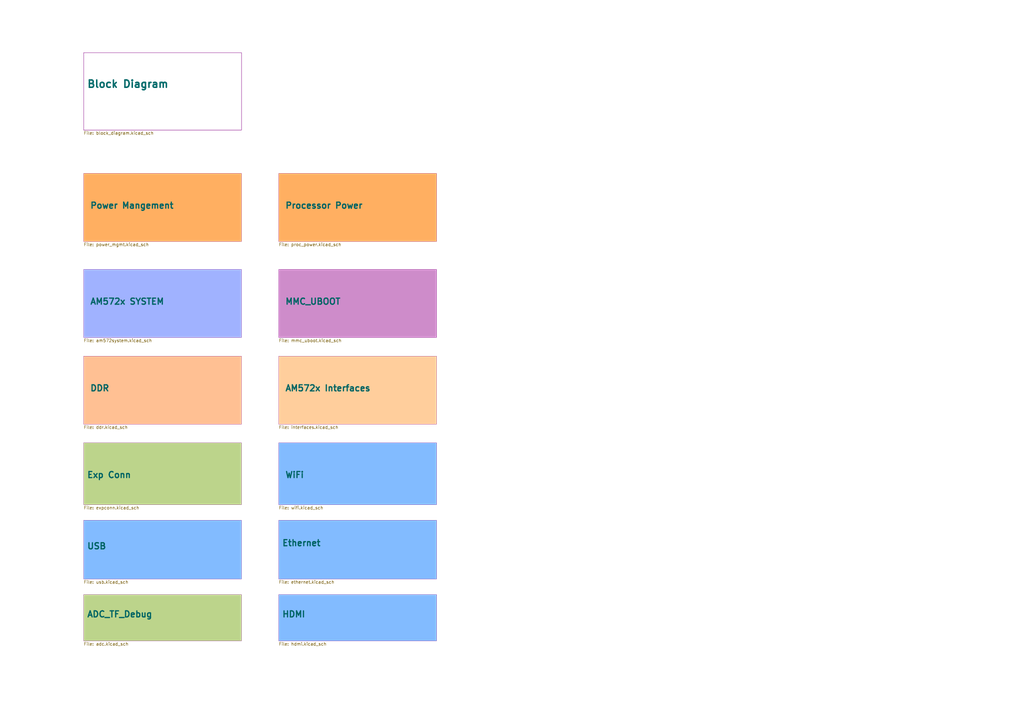
<source format=kicad_sch>
(kicad_sch (version 20210126) (generator eeschema)
  (paper "A3")
  (title_block (title "BeagleBone AI AM57x") (date "2021-01-15") (rev "Kicad-A1") (company "KiCad Services Corporation"))
  (lib_symbols)
  (sheet (at 34.29 243.84) (size 64.77 19.05) (stroke (width 0.001) (color 132 0 132 1)) (fill (color 188 212 139 1.0000))
    (property "Sheet name" "ADC_TF_Debug" (at 35.56 253.364 0) (effects (font (size 2.5 2.5) bold) (justify left bottom)))
    (property "Sheet file" "adc.kicad_sch" (at 34.29 263.3989 0) (effects (justify left top)))
  )
  (sheet (at 114.3 146.05) (size 64.77 27.94) (stroke (width 0.001) (color 132 0 132 1)) (fill (color 255 206 156 1.0000))
    (property "Sheet name" "AM572x Interfaces" (at 116.84 160.654 0) (effects (font (size 2.5 2.5) bold) (justify left bottom)))
    (property "Sheet file" "interfaces.kicad_sch" (at 114.3 174.4989 0) (effects (justify left top)))
  )
  (sheet (at 34.29 110.49) (size 64.77 27.94) (stroke (width 0.001) (color 132 0 132 1)) (fill (color 160 178 255 1.0000))
    (property "Sheet name" "AM572x SYSTEM" (at 36.83 125.094 0) (effects (font (size 2.5 2.5) bold) (justify left bottom)))
    (property "Sheet file" "am572system.kicad_sch" (at 34.29 138.9389 0) (effects (justify left top)))
  )
  (sheet (at 34.29 21.59) (size 64.77 31.75) (stroke (width 0.001) (color 132 0 132 1))
    (property "Sheet name" "Block Diagram" (at 35.56 36.194 0) (effects (font (size 3 3) bold) (justify left bottom)))
    (property "Sheet file" "block_diagram.kicad_sch" (at 34.29 53.8489 0) (effects (justify left top)))
  )
  (sheet (at 34.29 146.05) (size 64.77 27.94) (stroke (width 0.001) (color 132 0 132 1)) (fill (color 255 192 147 1.0000))
    (property "Sheet name" "DDR" (at 36.83 160.654 0) (effects (font (size 2.5 2.5) bold) (justify left bottom)))
    (property "Sheet file" "ddr.kicad_sch" (at 34.29 174.4989 0) (effects (justify left top)))
  )
  (sheet (at 114.3 213.36) (size 64.77 24.13) (stroke (width 0.001) (color 132 0 132 1)) (fill (color 130 187 255 1.0000))
    (property "Sheet name" "Ethernet" (at 115.57 224.154 0) (effects (font (size 2.5 2.5) bold) (justify left bottom)))
    (property "Sheet file" "ethernet.kicad_sch" (at 114.3 237.9989 0) (effects (justify left top)))
  )
  (sheet (at 34.29 181.61) (size 64.77 25.4) (stroke (width 0.001) (color 132 0 132 1)) (fill (color 188 212 139 1.0000))
    (property "Sheet name" "Exp Conn" (at 35.56 196.214 0) (effects (font (size 2.5 2.5) bold) (justify left bottom)))
    (property "Sheet file" "expconn.kicad_sch" (at 34.29 207.5189 0) (effects (justify left top)))
  )
  (sheet (at 114.3 243.84) (size 64.77 19.05) (stroke (width 0.001) (color 132 0 132 1)) (fill (color 130 187 255 1.0000))
    (property "Sheet name" "HDMI" (at 115.57 253.364 0) (effects (font (size 2.5 2.5) bold) (justify left bottom)))
    (property "Sheet file" "hdmi.kicad_sch" (at 114.3 263.3989 0) (effects (justify left top)))
  )
  (sheet (at 114.3 110.49) (size 64.77 27.94) (stroke (width 0.001) (color 132 0 132 1)) (fill (color 206 140 202 1.0000))
    (property "Sheet name" "MMC_UBOOT" (at 116.84 125.094 0) (effects (font (size 2.5 2.5) bold) (justify left bottom)))
    (property "Sheet file" "mmc_uboot.kicad_sch" (at 114.3 138.9389 0) (effects (justify left top)))
  )
  (sheet (at 34.29 71.12) (size 64.77 27.94) (stroke (width 0.001) (color 132 0 132 1)) (fill (color 255 175 97 1.0000))
    (property "Sheet name" "Power Mangement" (at 36.83 85.724 0) (effects (font (size 2.5 2.5) bold) (justify left bottom)))
    (property "Sheet file" "power_mgmt.kicad_sch" (at 34.29 99.5689 0) (effects (justify left top)))
  )
  (sheet (at 114.3 71.12) (size 64.77 27.94) (stroke (width 0.001) (color 132 0 132 1)) (fill (color 255 175 97 1.0000))
    (property "Sheet name" "Processor Power" (at 116.84 85.724 0) (effects (font (size 2.5 2.5) bold) (justify left bottom)))
    (property "Sheet file" "proc_power.kicad_sch" (at 114.3 99.5689 0) (effects (justify left top)))
  )
  (sheet (at 34.29 213.36) (size 64.77 24.13) (stroke (width 0.001) (color 132 0 132 1)) (fill (color 130 187 255 1.0000))
    (property "Sheet name" "USB" (at 35.56 225.424 0) (effects (font (size 2.5 2.5) bold) (justify left bottom)))
    (property "Sheet file" "usb.kicad_sch" (at 34.29 237.9989 0) (effects (justify left top)))
  )
  (sheet (at 114.3 181.61) (size 64.77 25.4) (stroke (width 0.001) (color 132 0 132 1)) (fill (color 130 187 255 1.0000))
    (property "Sheet name" "WiFi" (at 116.84 196.214 0) (effects (font (size 2.5 2.5) bold) (justify left bottom)))
    (property "Sheet file" "wifi.kicad_sch" (at 114.3 207.5189 0) (effects (justify left top)))
  )
)
</source>
